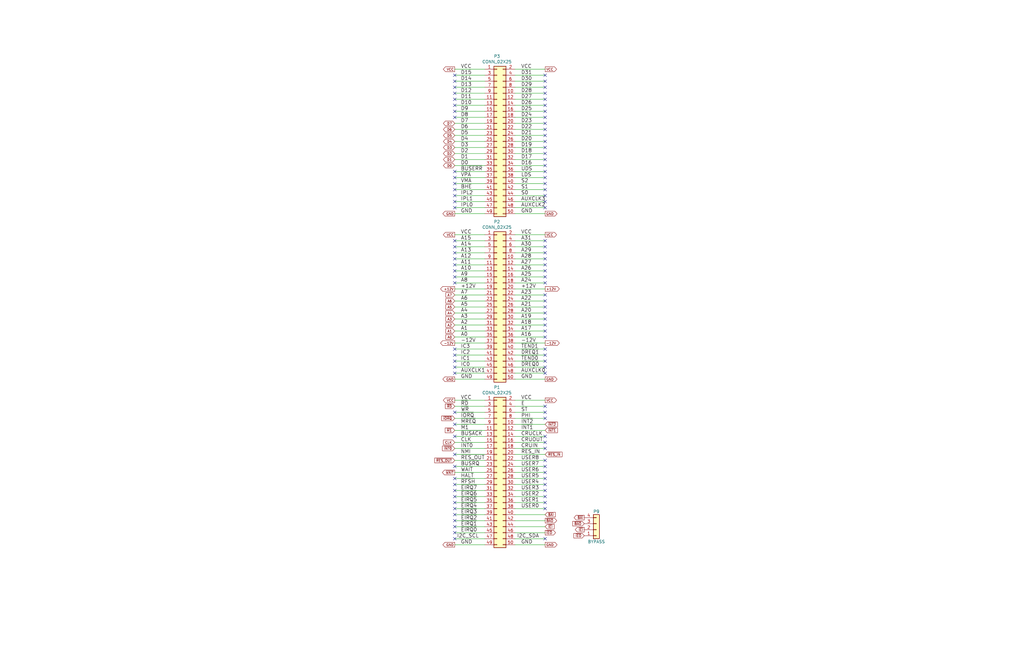
<source format=kicad_sch>
(kicad_sch (version 20211123) (generator eeschema)
  (paper "B")
  (lib_symbols
    (symbol "Connector_Generic:Conn_01x04" (pin_names (offset 1.016) hide)
      (property "Reference" "J" (at 0 5.08 0))
      (property "Value" "Conn_01x04" (at 0 -7.62 0))
      (symbol "Conn_01x04_1_1"
        (rectangle (start -1.27 -4.953) (end 0 -5.207) (stroke (width 0.1524)))
        (rectangle (start -1.27 -2.413) (end 0 -2.667) (stroke (width 0.1524)))
        (rectangle (start -1.27 0.127) (end 0 -0.127) (stroke (width 0.1524)))
        (rectangle (start -1.27 2.667) (end 0 2.413) (stroke (width 0.1524)))
        (rectangle (start -1.27 3.81) (end 1.27 -6.35) (stroke (width 0.254)) (fill (type background)))
        (pin passive line (at -5.08 2.54 0) (length 3.81) (name "Pin_1") (number "1"))
        (pin passive line (at -5.08 0 0) (length 3.81) (name "Pin_2") (number "2"))
        (pin passive line (at -5.08 -2.54 0) (length 3.81) (name "Pin_3") (number "3"))
        (pin passive line (at -5.08 -5.08 0) (length 3.81) (name "Pin_4") (number "4"))
      )
    )
    (symbol "Connector_Generic:Conn_02x25_Odd_Even" (pin_names (offset 1.016) hide)
      (property "Reference" "J" (at 1.27 33.02 0))
      (property "Value" "Conn_02x25_Odd_Even" (at 1.27 -33.02 0))
      (symbol "Conn_02x25_Odd_Even_1_1"
        (rectangle (start -1.27 -30.353) (end 0 -30.607) (stroke (width 0.1524)))
        (rectangle (start -1.27 -27.813) (end 0 -28.067) (stroke (width 0.1524)))
        (rectangle (start -1.27 -25.273) (end 0 -25.527) (stroke (width 0.1524)))
        (rectangle (start -1.27 -22.733) (end 0 -22.987) (stroke (width 0.1524)))
        (rectangle (start -1.27 -20.193) (end 0 -20.447) (stroke (width 0.1524)))
        (rectangle (start -1.27 -17.653) (end 0 -17.907) (stroke (width 0.1524)))
        (rectangle (start -1.27 -15.113) (end 0 -15.367) (stroke (width 0.1524)))
        (rectangle (start -1.27 -12.573) (end 0 -12.827) (stroke (width 0.1524)))
        (rectangle (start -1.27 -10.033) (end 0 -10.287) (stroke (width 0.1524)))
        (rectangle (start -1.27 -7.493) (end 0 -7.747) (stroke (width 0.1524)))
        (rectangle (start -1.27 -4.953) (end 0 -5.207) (stroke (width 0.1524)))
        (rectangle (start -1.27 -2.413) (end 0 -2.667) (stroke (width 0.1524)))
        (rectangle (start -1.27 0.127) (end 0 -0.127) (stroke (width 0.1524)))
        (rectangle (start -1.27 2.667) (end 0 2.413) (stroke (width 0.1524)))
        (rectangle (start -1.27 5.207) (end 0 4.953) (stroke (width 0.1524)))
        (rectangle (start -1.27 7.747) (end 0 7.493) (stroke (width 0.1524)))
        (rectangle (start -1.27 10.287) (end 0 10.033) (stroke (width 0.1524)))
        (rectangle (start -1.27 12.827) (end 0 12.573) (stroke (width 0.1524)))
        (rectangle (start -1.27 15.367) (end 0 15.113) (stroke (width 0.1524)))
        (rectangle (start -1.27 17.907) (end 0 17.653) (stroke (width 0.1524)))
        (rectangle (start -1.27 20.447) (end 0 20.193) (stroke (width 0.1524)))
        (rectangle (start -1.27 22.987) (end 0 22.733) (stroke (width 0.1524)))
        (rectangle (start -1.27 25.527) (end 0 25.273) (stroke (width 0.1524)))
        (rectangle (start -1.27 28.067) (end 0 27.813) (stroke (width 0.1524)))
        (rectangle (start -1.27 30.607) (end 0 30.353) (stroke (width 0.1524)))
        (rectangle (start -1.27 31.75) (end 3.81 -31.75) (stroke (width 0.254)) (fill (type background)))
        (rectangle (start 3.81 -30.353) (end 2.54 -30.607) (stroke (width 0.1524)))
        (rectangle (start 3.81 -27.813) (end 2.54 -28.067) (stroke (width 0.1524)))
        (rectangle (start 3.81 -25.273) (end 2.54 -25.527) (stroke (width 0.1524)))
        (rectangle (start 3.81 -22.733) (end 2.54 -22.987) (stroke (width 0.1524)))
        (rectangle (start 3.81 -20.193) (end 2.54 -20.447) (stroke (width 0.1524)))
        (rectangle (start 3.81 -17.653) (end 2.54 -17.907) (stroke (width 0.1524)))
        (rectangle (start 3.81 -15.113) (end 2.54 -15.367) (stroke (width 0.1524)))
        (rectangle (start 3.81 -12.573) (end 2.54 -12.827) (stroke (width 0.1524)))
        (rectangle (start 3.81 -10.033) (end 2.54 -10.287) (stroke (width 0.1524)))
        (rectangle (start 3.81 -7.493) (end 2.54 -7.747) (stroke (width 0.1524)))
        (rectangle (start 3.81 -4.953) (end 2.54 -5.207) (stroke (width 0.1524)))
        (rectangle (start 3.81 -2.413) (end 2.54 -2.667) (stroke (width 0.1524)))
        (rectangle (start 3.81 0.127) (end 2.54 -0.127) (stroke (width 0.1524)))
        (rectangle (start 3.81 2.667) (end 2.54 2.413) (stroke (width 0.1524)))
        (rectangle (start 3.81 5.207) (end 2.54 4.953) (stroke (width 0.1524)))
        (rectangle (start 3.81 7.747) (end 2.54 7.493) (stroke (width 0.1524)))
        (rectangle (start 3.81 10.287) (end 2.54 10.033) (stroke (width 0.1524)))
        (rectangle (start 3.81 12.827) (end 2.54 12.573) (stroke (width 0.1524)))
        (rectangle (start 3.81 15.367) (end 2.54 15.113) (stroke (width 0.1524)))
        (rectangle (start 3.81 17.907) (end 2.54 17.653) (stroke (width 0.1524)))
        (rectangle (start 3.81 20.447) (end 2.54 20.193) (stroke (width 0.1524)))
        (rectangle (start 3.81 22.987) (end 2.54 22.733) (stroke (width 0.1524)))
        (rectangle (start 3.81 25.527) (end 2.54 25.273) (stroke (width 0.1524)))
        (rectangle (start 3.81 28.067) (end 2.54 27.813) (stroke (width 0.1524)))
        (rectangle (start 3.81 30.607) (end 2.54 30.353) (stroke (width 0.1524)))
        (pin passive line (at -5.08 30.48 0) (length 3.81) (name "Pin_1") (number "1"))
        (pin passive line (at 7.62 20.32 180) (length 3.81) (name "Pin_10") (number "10"))
        (pin passive line (at -5.08 17.78 0) (length 3.81) (name "Pin_11") (number "11"))
        (pin passive line (at 7.62 17.78 180) (length 3.81) (name "Pin_12") (number "12"))
        (pin passive line (at -5.08 15.24 0) (length 3.81) (name "Pin_13") (number "13"))
        (pin passive line (at 7.62 15.24 180) (length 3.81) (name "Pin_14") (number "14"))
        (pin passive line (at -5.08 12.7 0) (length 3.81) (name "Pin_15") (number "15"))
        (pin passive line (at 7.62 12.7 180) (length 3.81) (name "Pin_16") (number "16"))
        (pin passive line (at -5.08 10.16 0) (length 3.81) (name "Pin_17") (number "17"))
        (pin passive line (at 7.62 10.16 180) (length 3.81) (name "Pin_18") (number "18"))
        (pin passive line (at -5.08 7.62 0) (length 3.81) (name "Pin_19") (number "19"))
        (pin passive line (at 7.62 30.48 180) (length 3.81) (name "Pin_2") (number "2"))
        (pin passive line (at 7.62 7.62 180) (length 3.81) (name "Pin_20") (number "20"))
        (pin passive line (at -5.08 5.08 0) (length 3.81) (name "Pin_21") (number "21"))
        (pin passive line (at 7.62 5.08 180) (length 3.81) (name "Pin_22") (number "22"))
        (pin passive line (at -5.08 2.54 0) (length 3.81) (name "Pin_23") (number "23"))
        (pin passive line (at 7.62 2.54 180) (length 3.81) (name "Pin_24") (number "24"))
        (pin passive line (at -5.08 0 0) (length 3.81) (name "Pin_25") (number "25"))
        (pin passive line (at 7.62 0 180) (length 3.81) (name "Pin_26") (number "26"))
        (pin passive line (at -5.08 -2.54 0) (length 3.81) (name "Pin_27") (number "27"))
        (pin passive line (at 7.62 -2.54 180) (length 3.81) (name "Pin_28") (number "28"))
        (pin passive line (at -5.08 -5.08 0) (length 3.81) (name "Pin_29") (number "29"))
        (pin passive line (at -5.08 27.94 0) (length 3.81) (name "Pin_3") (number "3"))
        (pin passive line (at 7.62 -5.08 180) (length 3.81) (name "Pin_30") (number "30"))
        (pin passive line (at -5.08 -7.62 0) (length 3.81) (name "Pin_31") (number "31"))
        (pin passive line (at 7.62 -7.62 180) (length 3.81) (name "Pin_32") (number "32"))
        (pin passive line (at -5.08 -10.16 0) (length 3.81) (name "Pin_33") (number "33"))
        (pin passive line (at 7.62 -10.16 180) (length 3.81) (name "Pin_34") (number "34"))
        (pin passive line (at -5.08 -12.7 0) (length 3.81) (name "Pin_35") (number "35"))
        (pin passive line (at 7.62 -12.7 180) (length 3.81) (name "Pin_36") (number "36"))
        (pin passive line (at -5.08 -15.24 0) (length 3.81) (name "Pin_37") (number "37"))
        (pin passive line (at 7.62 -15.24 180) (length 3.81) (name "Pin_38") (number "38"))
        (pin passive line (at -5.08 -17.78 0) (length 3.81) (name "Pin_39") (number "39"))
        (pin passive line (at 7.62 27.94 180) (length 3.81) (name "Pin_4") (number "4"))
        (pin passive line (at 7.62 -17.78 180) (length 3.81) (name "Pin_40") (number "40"))
        (pin passive line (at -5.08 -20.32 0) (length 3.81) (name "Pin_41") (number "41"))
        (pin passive line (at 7.62 -20.32 180) (length 3.81) (name "Pin_42") (number "42"))
        (pin passive line (at -5.08 -22.86 0) (length 3.81) (name "Pin_43") (number "43"))
        (pin passive line (at 7.62 -22.86 180) (length 3.81) (name "Pin_44") (number "44"))
        (pin passive line (at -5.08 -25.4 0) (length 3.81) (name "Pin_45") (number "45"))
        (pin passive line (at 7.62 -25.4 180) (length 3.81) (name "Pin_46") (number "46"))
        (pin passive line (at -5.08 -27.94 0) (length 3.81) (name "Pin_47") (number "47"))
        (pin passive line (at 7.62 -27.94 180) (length 3.81) (name "Pin_48") (number "48"))
        (pin passive line (at -5.08 -30.48 0) (length 3.81) (name "Pin_49") (number "49"))
        (pin passive line (at -5.08 25.4 0) (length 3.81) (name "Pin_5") (number "5"))
        (pin passive line (at 7.62 -30.48 180) (length 3.81) (name "Pin_50") (number "50"))
        (pin passive line (at 7.62 25.4 180) (length 3.81) (name "Pin_6") (number "6"))
        (pin passive line (at -5.08 22.86 0) (length 3.81) (name "Pin_7") (number "7"))
        (pin passive line (at 7.62 22.86 180) (length 3.81) (name "Pin_8") (number "8"))
        (pin passive line (at -5.08 20.32 0) (length 3.81) (name "Pin_9") (number "9"))
      )
    )
  )
  (no_connect (at 229.87 196.85))
  (no_connect (at 191.77 39.37))
  (no_connect (at 191.77 227.33))
  (no_connect (at 191.77 46.99))
  (no_connect (at 229.87 227.33))
  (no_connect (at 191.77 119.38))
  (no_connect (at 229.87 64.77))
  (no_connect (at 229.87 41.91))
  (no_connect (at 191.77 80.01))
  (no_connect (at 229.87 34.29))
  (no_connect (at 191.77 116.84))
  (no_connect (at 191.77 87.63))
  (no_connect (at 191.77 196.85))
  (no_connect (at 229.87 189.23))
  (no_connect (at 229.87 204.47))
  (no_connect (at 229.87 69.85))
  (no_connect (at 191.77 184.15))
  (no_connect (at 191.77 207.01))
  (no_connect (at 229.87 46.99))
  (no_connect (at 191.77 106.68))
  (no_connect (at 229.87 209.55))
  (no_connect (at 229.87 106.68))
  (no_connect (at 191.77 147.32))
  (no_connect (at 229.87 67.31))
  (no_connect (at 191.77 72.39))
  (no_connect (at 229.87 59.69))
  (no_connect (at 229.87 214.63))
  (no_connect (at 191.77 179.07))
  (no_connect (at 191.77 85.09))
  (no_connect (at 191.77 219.71))
  (no_connect (at 191.77 212.09))
  (no_connect (at 229.87 137.16))
  (no_connect (at 191.77 104.14))
  (no_connect (at 229.87 124.46))
  (no_connect (at 191.77 82.55))
  (no_connect (at 229.87 104.14))
  (no_connect (at 191.77 36.83))
  (no_connect (at 229.87 154.94))
  (no_connect (at 229.87 111.76))
  (no_connect (at 191.77 222.25))
  (no_connect (at 191.77 49.53))
  (no_connect (at 229.87 129.54))
  (no_connect (at 229.87 176.53))
  (no_connect (at 191.77 224.79))
  (no_connect (at 191.77 152.4))
  (no_connect (at 229.87 31.75))
  (no_connect (at 229.87 36.83))
  (no_connect (at 191.77 209.55))
  (no_connect (at 191.77 111.76))
  (no_connect (at 229.87 44.45))
  (no_connect (at 229.87 72.39))
  (no_connect (at 229.87 142.24))
  (no_connect (at 229.87 194.31))
  (no_connect (at 229.87 147.32))
  (no_connect (at 229.87 62.23))
  (no_connect (at 191.77 157.48))
  (no_connect (at 229.87 101.6))
  (no_connect (at 229.87 201.93))
  (no_connect (at 229.87 212.09))
  (no_connect (at 191.77 114.3))
  (no_connect (at 229.87 134.62))
  (no_connect (at 191.77 34.29))
  (no_connect (at 229.87 199.39))
  (no_connect (at 229.87 39.37))
  (no_connect (at 229.87 132.08))
  (no_connect (at 229.87 207.01))
  (no_connect (at 229.87 186.69))
  (no_connect (at 229.87 171.45))
  (no_connect (at 229.87 87.63))
  (no_connect (at 229.87 54.61))
  (no_connect (at 191.77 31.75))
  (no_connect (at 191.77 74.93))
  (no_connect (at 229.87 127))
  (no_connect (at 229.87 109.22))
  (no_connect (at 191.77 201.93))
  (no_connect (at 229.87 139.7))
  (no_connect (at 229.87 157.48))
  (no_connect (at 229.87 114.3))
  (no_connect (at 191.77 41.91))
  (no_connect (at 229.87 173.99))
  (no_connect (at 229.87 184.15))
  (no_connect (at 191.77 173.99))
  (no_connect (at 191.77 154.94))
  (no_connect (at 191.77 204.47))
  (no_connect (at 229.87 116.84))
  (no_connect (at 229.87 119.38))
  (no_connect (at 191.77 77.47))
  (no_connect (at 191.77 214.63))
  (no_connect (at 191.77 149.86))
  (no_connect (at 229.87 52.07))
  (no_connect (at 229.87 80.01))
  (no_connect (at 191.77 109.22))
  (no_connect (at 229.87 49.53))
  (no_connect (at 229.87 149.86))
  (no_connect (at 229.87 82.55))
  (no_connect (at 191.77 44.45))
  (no_connect (at 229.87 74.93))
  (no_connect (at 191.77 217.17))
  (no_connect (at 191.77 101.6))
  (no_connect (at 191.77 191.77))
  (no_connect (at 229.87 85.09))
  (no_connect (at 229.87 57.15))
  (no_connect (at 229.87 77.47))
  (no_connect (at 229.87 152.4))
  (wire (pts (xy 217.17 101.6) (xy 229.87 101.6)))
  (wire (pts (xy 191.77 114.3) (xy 204.47 114.3)))
  (wire (pts (xy 229.87 171.45) (xy 217.17 171.45)))
  (wire (pts (xy 191.77 142.24) (xy 204.47 142.24)))
  (wire (pts (xy 204.47 87.63) (xy 191.77 87.63)))
  (wire (pts (xy 229.87 227.33) (xy 217.17 227.33)))
  (wire (pts (xy 217.17 114.3) (xy 229.87 114.3)))
  (wire (pts (xy 217.17 212.09) (xy 229.87 212.09)))
  (wire (pts (xy 217.17 52.07) (xy 229.87 52.07)))
  (wire (pts (xy 217.17 104.14) (xy 229.87 104.14)))
  (wire (pts (xy 191.77 129.54) (xy 204.47 129.54)))
  (wire (pts (xy 204.47 147.32) (xy 191.77 147.32)))
  (wire (pts (xy 217.17 82.55) (xy 229.87 82.55)))
  (wire (pts (xy 217.17 77.47) (xy 229.87 77.47)))
  (wire (pts (xy 217.17 72.39) (xy 229.87 72.39)))
  (wire (pts (xy 217.17 209.55) (xy 229.87 209.55)))
  (wire (pts (xy 191.77 204.47) (xy 204.47 204.47)))
  (wire (pts (xy 217.17 129.54) (xy 229.87 129.54)))
  (wire (pts (xy 191.77 212.09) (xy 204.47 212.09)))
  (wire (pts (xy 191.77 59.69) (xy 204.47 59.69)))
  (wire (pts (xy 217.17 106.68) (xy 229.87 106.68)))
  (wire (pts (xy 217.17 57.15) (xy 229.87 57.15)))
  (wire (pts (xy 191.77 64.77) (xy 204.47 64.77)))
  (wire (pts (xy 204.47 227.33) (xy 191.77 227.33)))
  (wire (pts (xy 191.77 224.79) (xy 204.47 224.79)))
  (wire (pts (xy 217.17 111.76) (xy 229.87 111.76)))
  (wire (pts (xy 191.77 217.17) (xy 204.47 217.17)))
  (wire (pts (xy 191.77 29.21) (xy 204.47 29.21)))
  (wire (pts (xy 191.77 39.37) (xy 204.47 39.37)))
  (wire (pts (xy 191.77 171.45) (xy 204.47 171.45)))
  (wire (pts (xy 204.47 80.01) (xy 191.77 80.01)))
  (wire (pts (xy 217.17 152.4) (xy 229.87 152.4)))
  (wire (pts (xy 191.77 219.71) (xy 204.47 219.71)))
  (wire (pts (xy 191.77 201.93) (xy 204.47 201.93)))
  (wire (pts (xy 217.17 87.63) (xy 229.87 87.63)))
  (wire (pts (xy 191.77 207.01) (xy 204.47 207.01)))
  (wire (pts (xy 217.17 168.91) (xy 229.87 168.91)))
  (wire (pts (xy 191.77 127) (xy 204.47 127)))
  (wire (pts (xy 217.17 186.69) (xy 229.87 186.69)))
  (wire (pts (xy 191.77 104.14) (xy 204.47 104.14)))
  (wire (pts (xy 191.77 49.53) (xy 204.47 49.53)))
  (wire (pts (xy 217.17 46.99) (xy 229.87 46.99)))
  (wire (pts (xy 229.87 85.09) (xy 217.17 85.09)))
  (wire (pts (xy 217.17 149.86) (xy 229.87 149.86)))
  (wire (pts (xy 204.47 149.86) (xy 191.77 149.86)))
  (wire (pts (xy 191.77 176.53) (xy 204.47 176.53)))
  (wire (pts (xy 191.77 194.31) (xy 204.47 194.31)))
  (wire (pts (xy 191.77 184.15) (xy 204.47 184.15)))
  (wire (pts (xy 217.17 109.22) (xy 229.87 109.22)))
  (wire (pts (xy 217.17 204.47) (xy 229.87 204.47)))
  (wire (pts (xy 217.17 137.16) (xy 229.87 137.16)))
  (wire (pts (xy 191.77 214.63) (xy 204.47 214.63)))
  (wire (pts (xy 217.17 74.93) (xy 229.87 74.93)))
  (wire (pts (xy 217.17 134.62) (xy 229.87 134.62)))
  (wire (pts (xy 217.17 39.37) (xy 229.87 39.37)))
  (wire (pts (xy 217.17 189.23) (xy 229.87 189.23)))
  (wire (pts (xy 229.87 224.79) (xy 217.17 224.79)))
  (wire (pts (xy 191.77 196.85) (xy 204.47 196.85)))
  (wire (pts (xy 217.17 62.23) (xy 229.87 62.23)))
  (wire (pts (xy 191.77 173.99) (xy 204.47 173.99)))
  (wire (pts (xy 191.77 139.7) (xy 204.47 139.7)))
  (wire (pts (xy 217.17 147.32) (xy 229.87 147.32)))
  (wire (pts (xy 217.17 31.75) (xy 229.87 31.75)))
  (wire (pts (xy 191.77 119.38) (xy 204.47 119.38)))
  (wire (pts (xy 191.77 144.78) (xy 204.47 144.78)))
  (wire (pts (xy 229.87 219.71) (xy 217.17 219.71)))
  (wire (pts (xy 217.17 121.92) (xy 229.87 121.92)))
  (wire (pts (xy 217.17 44.45) (xy 229.87 44.45)))
  (wire (pts (xy 217.17 229.87) (xy 229.87 229.87)))
  (wire (pts (xy 217.17 59.69) (xy 229.87 59.69)))
  (wire (pts (xy 217.17 160.02) (xy 229.87 160.02)))
  (wire (pts (xy 204.47 152.4) (xy 191.77 152.4)))
  (wire (pts (xy 191.77 99.06) (xy 204.47 99.06)))
  (wire (pts (xy 217.17 119.38) (xy 229.87 119.38)))
  (wire (pts (xy 217.17 127) (xy 229.87 127)))
  (wire (pts (xy 191.77 189.23) (xy 204.47 189.23)))
  (wire (pts (xy 191.77 124.46) (xy 204.47 124.46)))
  (wire (pts (xy 217.17 154.94) (xy 229.87 154.94)))
  (wire (pts (xy 191.77 34.29) (xy 204.47 34.29)))
  (wire (pts (xy 191.77 132.08) (xy 204.47 132.08)))
  (wire (pts (xy 217.17 191.77) (xy 229.87 191.77)))
  (wire (pts (xy 191.77 36.83) (xy 204.47 36.83)))
  (wire (pts (xy 217.17 90.17) (xy 229.87 90.17)))
  (wire (pts (xy 191.77 121.92) (xy 204.47 121.92)))
  (wire (pts (xy 217.17 29.21) (xy 229.87 29.21)))
  (wire (pts (xy 191.77 41.91) (xy 204.47 41.91)))
  (wire (pts (xy 229.87 217.17) (xy 217.17 217.17)))
  (wire (pts (xy 191.77 116.84) (xy 204.47 116.84)))
  (wire (pts (xy 217.17 124.46) (xy 229.87 124.46)))
  (wire (pts (xy 191.77 54.61) (xy 204.47 54.61)))
  (wire (pts (xy 217.17 207.01) (xy 229.87 207.01)))
  (wire (pts (xy 191.77 181.61) (xy 204.47 181.61)))
  (wire (pts (xy 204.47 72.39) (xy 191.77 72.39)))
  (wire (pts (xy 191.77 186.69) (xy 204.47 186.69)))
  (wire (pts (xy 191.77 222.25) (xy 204.47 222.25)))
  (wire (pts (xy 217.17 157.48) (xy 229.87 157.48)))
  (wire (pts (xy 217.17 196.85) (xy 229.87 196.85)))
  (wire (pts (xy 191.77 229.87) (xy 204.47 229.87)))
  (wire (pts (xy 217.17 80.01) (xy 229.87 80.01)))
  (wire (pts (xy 204.47 85.09) (xy 191.77 85.09)))
  (wire (pts (xy 191.77 31.75) (xy 204.47 31.75)))
  (wire (pts (xy 217.17 67.31) (xy 229.87 67.31)))
  (wire (pts (xy 217.17 132.08) (xy 229.87 132.08)))
  (wire (pts (xy 217.17 49.53) (xy 229.87 49.53)))
  (wire (pts (xy 191.77 157.48) (xy 204.47 157.48)))
  (wire (pts (xy 229.87 179.07) (xy 217.17 179.07)))
  (wire (pts (xy 191.77 109.22) (xy 204.47 109.22)))
  (wire (pts (xy 204.47 77.47) (xy 191.77 77.47)))
  (wire (pts (xy 217.17 201.93) (xy 229.87 201.93)))
  (wire (pts (xy 191.77 52.07) (xy 204.47 52.07)))
  (wire (pts (xy 217.17 36.83) (xy 229.87 36.83)))
  (wire (pts (xy 191.77 168.91) (xy 204.47 168.91)))
  (wire (pts (xy 217.17 54.61) (xy 229.87 54.61)))
  (wire (pts (xy 217.17 194.31) (xy 229.87 194.31)))
  (wire (pts (xy 229.87 176.53) (xy 217.17 176.53)))
  (wire (pts (xy 191.77 44.45) (xy 204.47 44.45)))
  (wire (pts (xy 191.77 191.77) (xy 204.47 191.77)))
  (wire (pts (xy 191.77 101.6) (xy 204.47 101.6)))
  (wire (pts (xy 191.77 209.55) (xy 204.47 209.55)))
  (wire (pts (xy 217.17 116.84) (xy 229.87 116.84)))
  (wire (pts (xy 217.17 139.7) (xy 229.87 139.7)))
  (wire (pts (xy 229.87 222.25) (xy 217.17 222.25)))
  (wire (pts (xy 204.47 82.55) (xy 191.77 82.55)))
  (wire (pts (xy 217.17 142.24) (xy 229.87 142.24)))
  (wire (pts (xy 191.77 46.99) (xy 204.47 46.99)))
  (wire (pts (xy 217.17 199.39) (xy 229.87 199.39)))
  (wire (pts (xy 191.77 199.39) (xy 204.47 199.39)))
  (wire (pts (xy 217.17 64.77) (xy 229.87 64.77)))
  (wire (pts (xy 191.77 137.16) (xy 204.47 137.16)))
  (wire (pts (xy 191.77 134.62) (xy 204.47 134.62)))
  (wire (pts (xy 217.17 41.91) (xy 229.87 41.91)))
  (wire (pts (xy 217.17 99.06) (xy 229.87 99.06)))
  (wire (pts (xy 191.77 67.31) (xy 204.47 67.31)))
  (wire (pts (xy 229.87 181.61) (xy 217.17 181.61)))
  (wire (pts (xy 191.77 160.02) (xy 204.47 160.02)))
  (wire (pts (xy 191.77 69.85) (xy 204.47 69.85)))
  (wire (pts (xy 191.77 90.17) (xy 204.47 90.17)))
  (wire (pts (xy 204.47 154.94) (xy 191.77 154.94)))
  (wire (pts (xy 191.77 106.68) (xy 204.47 106.68)))
  (wire (pts (xy 204.47 74.93) (xy 191.77 74.93)))
  (wire (pts (xy 229.87 184.15) (xy 217.17 184.15)))
  (wire (pts (xy 217.17 214.63) (xy 229.87 214.63)))
  (wire (pts (xy 191.77 62.23) (xy 204.47 62.23)))
  (wire (pts (xy 191.77 179.07) (xy 204.47 179.07)))
  (wire (pts (xy 217.17 34.29) (xy 229.87 34.29)))
  (wire (pts (xy 191.77 111.76) (xy 204.47 111.76)))
  (wire (pts (xy 191.77 57.15) (xy 204.47 57.15)))
  (wire (pts (xy 229.87 173.99) (xy 217.17 173.99)))
  (wire (pts (xy 217.17 144.78) (xy 229.87 144.78)))
  (wire (pts (xy 217.17 69.85) (xy 229.87 69.85)))
  (label "A8" (at 194.31 119.38 0) (effects (font (size 1.524 1.524))))
  (label "~{DREQ1}" (at 219.71 149.86 0) (effects (font (size 1.524 1.524))))
  (label "USER2" (at 219.71 209.55 0) (effects (font (size 1.524 1.524))))
  (label "A2" (at 194.31 137.16 0) (effects (font (size 1.524 1.524))))
  (label "I2C_SDA" (at 227.33 227.33 180) (effects (font (size 1.524 1.524))))
  (label "~{INT0}" (at 194.31 189.23 0) (effects (font (size 1.524 1.524))))
  (label "USER4" (at 219.71 204.47 0) (effects (font (size 1.524 1.524))))
  (label "~{BHE}" (at 194.31 80.01 0) (effects (font (size 1.524 1.524))))
  (label "A31" (at 219.71 101.6 0) (effects (font (size 1.524 1.524))))
  (label "~{EIRQ5}" (at 194.31 212.09 0) (effects (font (size 1.524 1.524))))
  (label "~{BUSERR}" (at 194.31 72.39 0) (effects (font (size 1.524 1.524))))
  (label "A3" (at 194.31 134.62 0) (effects (font (size 1.524 1.524))))
  (label "~{NMI}" (at 194.31 191.77 0) (effects (font (size 1.524 1.524))))
  (label "D2" (at 194.31 64.77 0) (effects (font (size 1.524 1.524))))
  (label "AUXCLK3" (at 219.71 85.09 0) (effects (font (size 1.524 1.524))))
  (label "A30" (at 219.71 104.14 0) (effects (font (size 1.524 1.524))))
  (label "A29" (at 219.71 106.68 0) (effects (font (size 1.524 1.524))))
  (label "A27" (at 219.71 111.76 0) (effects (font (size 1.524 1.524))))
  (label "~{EIRQ4}" (at 194.31 214.63 0) (effects (font (size 1.524 1.524))))
  (label "A19" (at 219.71 134.62 0) (effects (font (size 1.524 1.524))))
  (label "IPL2" (at 194.31 82.55 0) (effects (font (size 1.524 1.524))))
  (label "VCC" (at 194.31 99.06 0) (effects (font (size 1.524 1.524))))
  (label "VCC" (at 194.31 168.91 0) (effects (font (size 1.524 1.524))))
  (label "-12V" (at 219.71 144.78 0) (effects (font (size 1.524 1.524))))
  (label "D10" (at 194.31 44.45 0) (effects (font (size 1.524 1.524))))
  (label "A22" (at 219.71 127 0) (effects (font (size 1.524 1.524))))
  (label "~{EIRQ2}" (at 194.31 219.71 0) (effects (font (size 1.524 1.524))))
  (label "A6" (at 194.31 127 0) (effects (font (size 1.524 1.524))))
  (label "CRUOUT" (at 219.71 186.69 0) (effects (font (size 1.524 1.524))))
  (label "VCC" (at 219.71 168.91 0) (effects (font (size 1.524 1.524))))
  (label "~{EIRQ7}" (at 194.31 207.01 0) (effects (font (size 1.524 1.524))))
  (label "D17" (at 219.71 67.31 0) (effects (font (size 1.524 1.524))))
  (label "VCC" (at 219.71 99.06 0) (effects (font (size 1.524 1.524))))
  (label "D12" (at 194.31 39.37 0) (effects (font (size 1.524 1.524))))
  (label "A20" (at 219.71 132.08 0) (effects (font (size 1.524 1.524))))
  (label "~{M1}" (at 194.31 181.61 0) (effects (font (size 1.524 1.524))))
  (label "USER8" (at 219.71 194.31 0) (effects (font (size 1.524 1.524))))
  (label "D25" (at 219.71 46.99 0) (effects (font (size 1.524 1.524))))
  (label "D13" (at 194.31 36.83 0) (effects (font (size 1.524 1.524))))
  (label "~{BUSACK}" (at 194.31 184.15 0) (effects (font (size 1.524 1.524))))
  (label "IC3" (at 194.31 147.32 0) (effects (font (size 1.524 1.524))))
  (label "D3" (at 194.31 62.23 0) (effects (font (size 1.524 1.524))))
  (label "+12V" (at 219.71 121.92 0) (effects (font (size 1.524 1.524))))
  (label "~{INT2}" (at 219.71 179.07 0) (effects (font (size 1.524 1.524))))
  (label "A25" (at 219.71 116.84 0) (effects (font (size 1.524 1.524))))
  (label "AUXCLK0" (at 219.71 157.48 0) (effects (font (size 1.524 1.524))))
  (label "PHI" (at 219.71 176.53 0) (effects (font (size 1.524 1.524))))
  (label "A12" (at 194.31 109.22 0) (effects (font (size 1.524 1.524))))
  (label "D4" (at 194.31 59.69 0) (effects (font (size 1.524 1.524))))
  (label "D11" (at 194.31 41.91 0) (effects (font (size 1.524 1.524))))
  (label "~{VPA}" (at 194.31 74.93 0) (effects (font (size 1.524 1.524))))
  (label "IC1" (at 194.31 152.4 0) (effects (font (size 1.524 1.524))))
  (label "GND" (at 194.31 90.17 0) (effects (font (size 1.524 1.524))))
  (label "A11" (at 194.31 111.76 0) (effects (font (size 1.524 1.524))))
  (label "IPL0" (at 194.31 87.63 0) (effects (font (size 1.524 1.524))))
  (label "D16" (at 219.71 69.85 0) (effects (font (size 1.524 1.524))))
  (label "A0" (at 194.31 142.24 0) (effects (font (size 1.524 1.524))))
  (label "-12V" (at 194.31 144.78 0) (effects (font (size 1.524 1.524))))
  (label "~{EIRQ0}" (at 194.31 224.79 0) (effects (font (size 1.524 1.524))))
  (label "~{MREQ}" (at 194.31 179.07 0) (effects (font (size 1.524 1.524))))
  (label "D23" (at 219.71 52.07 0) (effects (font (size 1.524 1.524))))
  (label "~{RES_OUT}" (at 194.31 194.31 0) (effects (font (size 1.524 1.524))))
  (label "IC0" (at 194.31 154.94 0) (effects (font (size 1.524 1.524))))
  (label "S1" (at 219.71 80.01 0) (effects (font (size 1.524 1.524))))
  (label "A14" (at 194.31 104.14 0) (effects (font (size 1.524 1.524))))
  (label "~{TEND1}" (at 219.71 147.32 0) (effects (font (size 1.524 1.524))))
  (label "D29" (at 219.71 36.83 0) (effects (font (size 1.524 1.524))))
  (label "D28" (at 219.71 39.37 0) (effects (font (size 1.524 1.524))))
  (label "~{DREQ0}" (at 219.71 154.94 0) (effects (font (size 1.524 1.524))))
  (label "E" (at 219.71 171.45 0) (effects (font (size 1.524 1.524))))
  (label "~{EIRQ1}" (at 194.31 222.25 0) (effects (font (size 1.524 1.524))))
  (label "A17" (at 219.71 139.7 0) (effects (font (size 1.524 1.524))))
  (label "CRUCLK" (at 219.71 184.15 0) (effects (font (size 1.524 1.524))))
  (label "D9" (at 194.31 46.99 0) (effects (font (size 1.524 1.524))))
  (label "A4" (at 194.31 132.08 0) (effects (font (size 1.524 1.524))))
  (label "~{RES_IN}" (at 219.71 191.77 0) (effects (font (size 1.524 1.524))))
  (label "GND" (at 219.71 229.87 0) (effects (font (size 1.524 1.524))))
  (label "D15" (at 194.31 31.75 0) (effects (font (size 1.524 1.524))))
  (label "~{TEND0}" (at 219.71 152.4 0) (effects (font (size 1.524 1.524))))
  (label "IPL1" (at 194.31 85.09 0) (effects (font (size 1.524 1.524))))
  (label "A23" (at 219.71 124.46 0) (effects (font (size 1.524 1.524))))
  (label "~{WAIT}" (at 194.31 199.39 0) (effects (font (size 1.524 1.524))))
  (label "D31" (at 219.71 31.75 0) (effects (font (size 1.524 1.524))))
  (label "ST" (at 219.71 173.99 0) (effects (font (size 1.524 1.524))))
  (label "A13" (at 194.31 106.68 0) (effects (font (size 1.524 1.524))))
  (label "~{BUSRQ}" (at 194.31 196.85 0) (effects (font (size 1.524 1.524))))
  (label "D5" (at 194.31 57.15 0) (effects (font (size 1.524 1.524))))
  (label "USER0" (at 219.71 214.63 0) (effects (font (size 1.524 1.524))))
  (label "I2C_SCL" (at 201.93 227.33 180) (effects (font (size 1.524 1.524))))
  (label "UDS" (at 219.71 72.39 0) (effects (font (size 1.524 1.524))))
  (label "S2" (at 219.71 77.47 0) (effects (font (size 1.524 1.524))))
  (label "~{HALT}" (at 194.31 201.93 0) (effects (font (size 1.524 1.524))))
  (label "A28" (at 219.71 109.22 0) (effects (font (size 1.524 1.524))))
  (label "D18" (at 219.71 64.77 0) (effects (font (size 1.524 1.524))))
  (label "D24" (at 219.71 49.53 0) (effects (font (size 1.524 1.524))))
  (label "D21" (at 219.71 57.15 0) (effects (font (size 1.524 1.524))))
  (label "A15" (at 194.31 101.6 0) (effects (font (size 1.524 1.524))))
  (label "D0" (at 194.31 69.85 0) (effects (font (size 1.524 1.524))))
  (label "D26" (at 219.71 44.45 0) (effects (font (size 1.524 1.524))))
  (label "A1" (at 194.31 139.7 0) (effects (font (size 1.524 1.524))))
  (label "VCC" (at 194.31 29.21 0) (effects (font (size 1.524 1.524))))
  (label "A18" (at 219.71 137.16 0) (effects (font (size 1.524 1.524))))
  (label "~{EIRQ6}" (at 194.31 209.55 0) (effects (font (size 1.524 1.524))))
  (label "CRUIN" (at 219.71 189.23 0) (effects (font (size 1.524 1.524))))
  (label "VCC" (at 219.71 29.21 0) (effects (font (size 1.524 1.524))))
  (label "D19" (at 219.71 62.23 0) (effects (font (size 1.524 1.524))))
  (label "USER5" (at 219.71 201.93 0) (effects (font (size 1.524 1.524))))
  (label "D8" (at 194.31 49.53 0) (effects (font (size 1.524 1.524))))
  (label "D14" (at 194.31 34.29 0) (effects (font (size 1.524 1.524))))
  (label "A26" (at 219.71 114.3 0) (effects (font (size 1.524 1.524))))
  (label "USER6" (at 219.71 199.39 0) (effects (font (size 1.524 1.524))))
  (label "AUXCLK1" (at 194.31 157.48 0) (effects (font (size 1.524 1.524))))
  (label "~{INT1}" (at 219.71 181.61 0) (effects (font (size 1.524 1.524))))
  (label "D1" (at 194.31 67.31 0) (effects (font (size 1.524 1.524))))
  (label "D22" (at 219.71 54.61 0) (effects (font (size 1.524 1.524))))
  (label "USER3" (at 219.71 207.01 0) (effects (font (size 1.524 1.524))))
  (label "A16" (at 219.71 142.24 0) (effects (font (size 1.524 1.524))))
  (label "~{EIRQ3}" (at 194.31 217.17 0) (effects (font (size 1.524 1.524))))
  (label "IC2" (at 194.31 149.86 0) (effects (font (size 1.524 1.524))))
  (label "S0" (at 219.71 82.55 0) (effects (font (size 1.524 1.524))))
  (label "GND" (at 219.71 90.17 0) (effects (font (size 1.524 1.524))))
  (label "GND" (at 194.31 160.02 0) (effects (font (size 1.524 1.524))))
  (label "A5" (at 194.31 129.54 0) (effects (font (size 1.524 1.524))))
  (label "CLK" (at 194.31 186.69 0) (effects (font (size 1.524 1.524))))
  (label "+12V" (at 194.31 121.92 0) (effects (font (size 1.524 1.524))))
  (label "AUXCLK2" (at 219.71 87.63 0) (effects (font (size 1.524 1.524))))
  (label "D6" (at 194.31 54.61 0) (effects (font (size 1.524 1.524))))
  (label "~{RFSH}" (at 194.31 204.47 0) (effects (font (size 1.524 1.524))))
  (label "GND" (at 194.31 229.87 0) (effects (font (size 1.524 1.524))))
  (label "~{IORQ}" (at 194.31 176.53 0) (effects (font (size 1.524 1.524))))
  (label "A10" (at 194.31 114.3 0) (effects (font (size 1.524 1.524))))
  (label "USER7" (at 219.71 196.85 0) (effects (font (size 1.524 1.524))))
  (label "D27" (at 219.71 41.91 0) (effects (font (size 1.524 1.524))))
  (label "LDS" (at 219.71 74.93 0) (effects (font (size 1.524 1.524))))
  (label "A24" (at 219.71 119.38 0) (effects (font (size 1.524 1.524))))
  (label "~{VMA}" (at 194.31 77.47 0) (effects (font (size 1.524 1.524))))
  (label "D7" (at 194.31 52.07 0) (effects (font (size 1.524 1.524))))
  (label "GND" (at 219.71 160.02 0) (effects (font (size 1.524 1.524))))
  (label "A21" (at 219.71 129.54 0) (effects (font (size 1.524 1.524))))
  (label "D30" (at 219.71 34.29 0) (effects (font (size 1.524 1.524))))
  (label "A9" (at 194.31 116.84 0) (effects (font (size 1.524 1.524))))
  (label "A7" (at 194.31 124.46 0) (effects (font (size 1.524 1.524))))
  (label "D20" (at 219.71 59.69 0) (effects (font (size 1.524 1.524))))
  (label "~{WR}" (at 194.31 173.99 0) (effects (font (size 1.524 1.524))))
  (label "~{RD}" (at 194.31 171.45 0) (effects (font (size 1.524 1.524))))
  (label "USER1" (at 219.71 212.09 0) (effects (font (size 1.524 1.524))))
  (global_label "+12V" (shape output) (at 229.87 121.92 0) (effects (font (size 1.016 1.016))) (property "Intersheet References" "${INTERSHEET_REFS}" (effects hide)))
  (global_label "D7" (shape bidirectional) (at 191.77 52.07 180) (effects (font (size 1.016 1.016))) (property "Intersheet References" "${INTERSHEET_REFS}" (effects hide)))
  (global_label "A4" (shape input) (at 191.77 132.08 180) (effects (font (size 1.016 1.016))) (property "Intersheet References" "${INTERSHEET_REFS}" (effects hide)))
  (global_label "VCC" (shape output) (at 229.87 99.06 0) (effects (font (size 1.016 1.016))) (property "Intersheet References" "${INTERSHEET_REFS}" (effects hide)))
  (global_label "D0" (shape bidirectional) (at 191.77 69.85 180) (effects (font (size 1.016 1.016))) (property "Intersheet References" "${INTERSHEET_REFS}" (effects hide)))
  (global_label "D3" (shape bidirectional) (at 191.77 62.23 180) (effects (font (size 1.016 1.016))) (property "Intersheet References" "${INTERSHEET_REFS}" (effects hide)))
  (global_label "GND" (shape output) (at 191.77 229.87 180) (effects (font (size 1.016 1.016))) (property "Intersheet References" "${INTERSHEET_REFS}" (effects hide)))
  (global_label "~{RES_OUT}" (shape input) (at 191.77 194.31 180) (effects (font (size 1.016 1.016))) (property "Intersheet References" "${INTERSHEET_REFS}" (effects hide)))
  (global_label "~{BAO}" (shape output) (at 229.87 219.71 0) (effects (font (size 1.016 1.016))) (property "Intersheet References" "${INTERSHEET_REFS}" (effects hide)))
  (global_label "VCC" (shape output) (at 191.77 99.06 180) (effects (font (size 1.016 1.016))) (property "Intersheet References" "${INTERSHEET_REFS}" (effects hide)))
  (global_label "A2" (shape input) (at 191.77 137.16 180) (effects (font (size 1.016 1.016))) (property "Intersheet References" "${INTERSHEET_REFS}" (effects hide)))
  (global_label "~{RES_IN}" (shape input) (at 229.87 191.77 0) (effects (font (size 1.016 1.016))) (property "Intersheet References" "${INTERSHEET_REFS}" (effects hide)))
  (global_label "VCC" (shape output) (at 229.87 29.21 0) (effects (font (size 1.016 1.016))) (property "Intersheet References" "${INTERSHEET_REFS}" (effects hide)))
  (global_label "~{IEO}" (shape input) (at 246.38 226.06 180) (effects (font (size 1.016 1.016))) (property "Intersheet References" "${INTERSHEET_REFS}" (effects hide)))
  (global_label "VCC" (shape output) (at 229.87 168.91 0) (effects (font (size 1.016 1.016))) (property "Intersheet References" "${INTERSHEET_REFS}" (effects hide)))
  (global_label "D6" (shape bidirectional) (at 191.77 54.61 180) (effects (font (size 1.016 1.016))) (property "Intersheet References" "${INTERSHEET_REFS}" (effects hide)))
  (global_label "GND" (shape output) (at 191.77 90.17 180) (effects (font (size 1.016 1.016))) (property "Intersheet References" "${INTERSHEET_REFS}" (effects hide)))
  (global_label "GND" (shape output) (at 229.87 229.87 0) (effects (font (size 1.016 1.016))) (property "Intersheet References" "${INTERSHEET_REFS}" (effects hide)))
  (global_label "A1" (shape input) (at 191.77 139.7 180) (effects (font (size 1.016 1.016))) (property "Intersheet References" "${INTERSHEET_REFS}" (effects hide)))
  (global_label "A3" (shape input) (at 191.77 134.62 180) (effects (font (size 1.016 1.016))) (property "Intersheet References" "${INTERSHEET_REFS}" (effects hide)))
  (global_label "~{INT1}" (shape input) (at 229.87 181.61 0) (effects (font (size 1.016 1.016))) (property "Intersheet References" "${INTERSHEET_REFS}" (effects hide)))
  (global_label "GND" (shape output) (at 229.87 160.02 0) (effects (font (size 1.016 1.016))) (property "Intersheet References" "${INTERSHEET_REFS}" (effects hide)))
  (global_label "~{M1}" (shape input) (at 191.77 181.61 180) (effects (font (size 1.016 1.016))) (property "Intersheet References" "${INTERSHEET_REFS}" (effects hide)))
  (global_label "GND" (shape output) (at 191.77 160.02 180) (effects (font (size 1.016 1.016))) (property "Intersheet References" "${INTERSHEET_REFS}" (effects hide)))
  (global_label "+12V" (shape output) (at 191.77 121.92 180) (effects (font (size 1.016 1.016))) (property "Intersheet References" "${INTERSHEET_REFS}" (effects hide)))
  (global_label "D5" (shape bidirectional) (at 191.77 57.15 180) (effects (font (size 1.016 1.016))) (property "Intersheet References" "${INTERSHEET_REFS}" (effects hide)))
  (global_label "D4" (shape bidirectional) (at 191.77 59.69 180) (effects (font (size 1.016 1.016))) (property "Intersheet References" "${INTERSHEET_REFS}" (effects hide)))
  (global_label "~{INT2}" (shape input) (at 229.87 179.07 0) (effects (font (size 1.016 1.016))) (property "Intersheet References" "${INTERSHEET_REFS}" (effects hide)))
  (global_label "A0" (shape input) (at 191.77 142.24 180) (effects (font (size 1.016 1.016))) (property "Intersheet References" "${INTERSHEET_REFS}" (effects hide)))
  (global_label "~{IEO}" (shape output) (at 229.87 224.79 0) (effects (font (size 1.016 1.016))) (property "Intersheet References" "${INTERSHEET_REFS}" (effects hide)))
  (global_label "CLK" (shape input) (at 191.77 186.69 180) (effects (font (size 1.016 1.016))) (property "Intersheet References" "${INTERSHEET_REFS}" (effects hide)))
  (global_label "A7" (shape input) (at 191.77 124.46 180) (effects (font (size 1.016 1.016))) (property "Intersheet References" "${INTERSHEET_REFS}" (effects hide)))
  (global_label "~{BAO}" (shape input) (at 246.38 220.98 180) (effects (font (size 1.016 1.016))) (property "Intersheet References" "${INTERSHEET_REFS}" (effects hide)))
  (global_label "~{RD}" (shape input) (at 191.77 171.45 180) (effects (font (size 1.016 1.016))) (property "Intersheet References" "${INTERSHEET_REFS}" (effects hide)))
  (global_label "~{BAI}" (shape input) (at 229.87 217.17 0) (effects (font (size 1.016 1.016))) (property "Intersheet References" "${INTERSHEET_REFS}" (effects hide)))
  (global_label "GND" (shape output) (at 229.87 90.17 0) (effects (font (size 1.016 1.016))) (property "Intersheet References" "${INTERSHEET_REFS}" (effects hide)))
  (global_label "~{WAIT}" (shape output) (at 191.77 199.39 180) (effects (font (size 1.016 1.016))) (property "Intersheet References" "${INTERSHEET_REFS}" (effects hide)))
  (global_label "D2" (shape bidirectional) (at 191.77 64.77 180) (effects (font (size 1.016 1.016))) (property "Intersheet References" "${INTERSHEET_REFS}" (effects hide)))
  (global_label "~{IEI}" (shape output) (at 246.38 223.52 180) (effects (font (size 1.016 1.016))) (property "Intersheet References" "${INTERSHEET_REFS}" (effects hide)))
  (global_label "~{IORQ}" (shape input) (at 191.77 176.53 180) (effects (font (size 1.016 1.016))) (property "Intersheet References" "${INTERSHEET_REFS}" (effects hide)))
  (global_label "A6" (shape input) (at 191.77 127 180) (effects (font (size 1.016 1.016))) (property "Intersheet References" "${INTERSHEET_REFS}" (effects hide)))
  (global_label "VCC" (shape output) (at 191.77 168.91 180) (effects (font (size 1.016 1.016))) (property "Intersheet References" "${INTERSHEET_REFS}" (effects hide)))
  (global_label "~{IEI}" (shape input) (at 229.87 222.25 0) (effects (font (size 1.016 1.016))) (property "Intersheet References" "${INTERSHEET_REFS}" (effects hide)))
  (global_label "A5" (shape input) (at 191.77 129.54 180) (effects (font (size 1.016 1.016))) (property "Intersheet References" "${INTERSHEET_REFS}" (effects hide)))
  (global_label "VCC" (shape output) (at 191.77 29.21 180) (effects (font (size 1.016 1.016))) (property "Intersheet References" "${INTERSHEET_REFS}" (effects hide)))
  (global_label "D1" (shape bidirectional) (at 191.77 67.31 180) (effects (font (size 1.016 1.016))) (property "Intersheet References" "${INTERSHEET_REFS}" (effects hide)))
  (global_label "~{INT0}" (shape input) (at 191.77 189.23 180) (effects (font (size 1.016 1.016))) (property "Intersheet References" "${INTERSHEET_REFS}" (effects hide)))
  (global_label "-12V" (shape output) (at 191.77 144.78 180) (effects (font (size 1.016 1.016))) (property "Intersheet References" "${INTERSHEET_REFS}" (effects hide)))
  (global_label "-12V" (shape output) (at 229.87 144.78 0) (effects (font (size 1.016 1.016))) (property "Intersheet References" "${INTERSHEET_REFS}" (effects hide)))
  (global_label "~{BAI}" (shape output) (at 246.38 218.44 180) (effects (font (size 1.016 1.016))) (property "Intersheet References" "${INTERSHEET_REFS}" (effects hide)))
  (symbol (lib_id "Connector_Generic:Conn_01x04") (at 251.46 223.52 0) (mirror x) (unit 1)
    (property "Reference" "P9" (at 251.46 215.9 0))
    (property "Value" "BYPASS" (at 251.46 228.6 0))
    (property "Footprint" "Connector_PinHeader_2.54mm:PinHeader_1x04_P2.54mm_Vertical" (effects hide))
  )
  (symbol (lib_id "Connector_Generic:Conn_02x25_Odd_Even") (at 209.55 59.69 0) (unit 1)
    (property "Reference" "P3" (at 209.55 23.749 0))
    (property "Value" "CONN_02X25" (at 209.55 26.0604 0))
    (property "Footprint" "Connector_IDC:IDC-Header_2x25_P2.54mm_Horizontal" (effects hide))
  )
  (symbol (lib_id "Connector_Generic:Conn_02x25_Odd_Even") (at 209.55 199.39 0) (unit 1)
    (property "Reference" "P1" (at 209.55 163.449 0))
    (property "Value" "CONN_02X25" (at 209.55 165.7604 0))
    (property "Footprint" "Connector_IDC:IDC-Header_2x25_P2.54mm_Horizontal" (effects hide))
  )
  (symbol (lib_id "Connector_Generic:Conn_02x25_Odd_Even") (at 209.55 129.54 0) (unit 1)
    (property "Reference" "P2" (at 209.55 93.599 0))
    (property "Value" "CONN_02X25" (at 209.55 95.9104 0))
    (property "Footprint" "Connector_IDC:IDC-Header_2x25_P2.54mm_Horizontal" (effects hide))
  )
)
</source>
